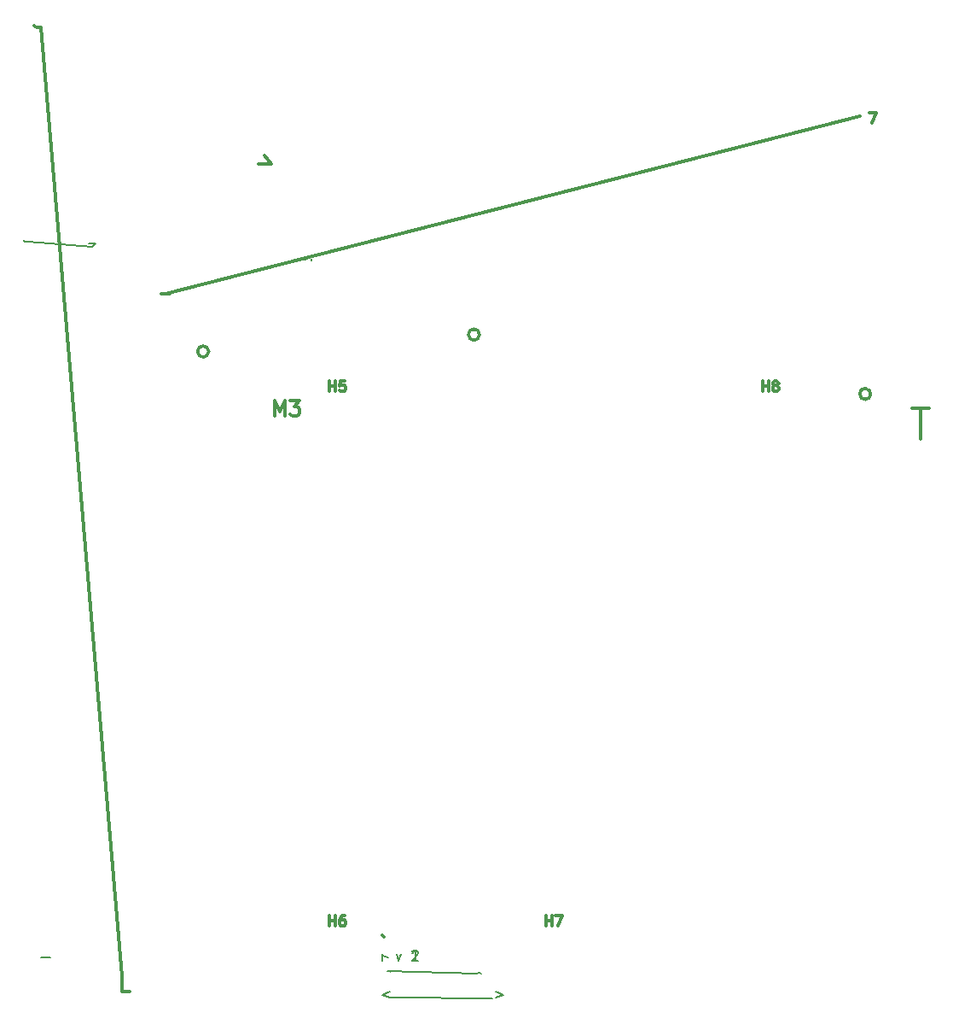
<source format=gbr>
From 66e2a4b74ddf5eabe52c2bd922d4380a204cc6d3 Mon Sep 17 00:00:00 2001
From: jaseg <git@jaseg.net>
Date: Thu, 31 Jan 2019 15:42:31 +0900
Subject: driver: Prettify heatsink mounting holes a bit

---
 driver/gerber/driver-F.SilkS.gbr | 163 +++++++++++----------------------------
 1 file changed, 43 insertions(+), 120 deletions(-)

(limited to 'driver/gerber/driver-F.SilkS.gbr')

diff --git a/driver/gerber/driver-F.SilkS.gbr b/driver/gerber/driver-F.SilkS.gbr
index b6c4d93..a188175 100644
--- a/driver/gerber/driver-F.SilkS.gbr
+++ b/driver/gerber/driver-F.SilkS.gbr
@@ -1,24 +1,44 @@
 G04 #@! TF.GenerationSoftware,KiCad,Pcbnew,(5.0.1)*
-G04 #@! TF.CreationDate,2019-01-31T11:11:09+09:00*
+G04 #@! TF.CreationDate,2019-01-31T15:41:56+09:00*
 G04 #@! TF.ProjectId,driver,6472697665722E6B696361645F706362,rev?*
 G04 #@! TF.SameCoordinates,Original*
 G04 #@! TF.FileFunction,Legend,Top*
 G04 #@! TF.FilePolarity,Positive*
 %FSLAX46Y46*%
 G04 Gerber Fmt 4.6, Leading zero omitted, Abs format (unit mm)*
-G04 Created by KiCad (PCBNEW (5.0.1)) date Thu Jan 31 11:11:09 2019*
+G04 Created by KiCad (PCBNEW (5.0.1)) date Thu Jan 31 15:41:56 2019*
 %MOMM*%
 %LPD*%
 G01*
 G04 APERTURE LIST*
-%ADD10C,0.200000*%
-%ADD11C,0.300000*%
+%ADD10C,0.300000*%
+%ADD11C,0.200000*%
 %ADD12C,0.600000*%
 %ADD13C,0.450000*%
 %ADD14C,0.120000*%
 %ADD15C,0.150000*%
 G04 APERTURE END LIST*
 D10*
+X103785714Y-95678571D02*
+X103785714Y-94178571D01*
+X104285714Y-95250000D01*
+X104785714Y-94178571D01*
+X104785714Y-95678571D01*
+X105357142Y-94178571D02*
+X106285714Y-94178571D01*
+X105785714Y-94750000D01*
+X106000000Y-94750000D01*
+X106142857Y-94821428D01*
+X106214285Y-94892857D01*
+X106285714Y-95035714D01*
+X106285714Y-95392857D01*
+X106214285Y-95535714D01*
+X106142857Y-95607142D01*
+X106000000Y-95678571D01*
+X105571428Y-95678571D01*
+X105428571Y-95607142D01*
+X105357142Y-95535714D01*
+D11*
 X114499999Y-149662380D02*
 X114499999Y-148995714D01*
 X114499999Y-149186190D02*
@@ -42,13 +62,17 @@ X115071428Y-149329047D01*
 X115880952Y-148995714D02*
 X116119047Y-149662380D01*
 X116357142Y-148995714D01*
-X118023809Y-149662380D02*
-X117452380Y-149662380D01*
-X117738095Y-149662380D02*
-X117738095Y-148662380D01*
-X117642856Y-148805238D01*
-X117547618Y-148900476D01*
-X117452380Y-148948095D01*
+X117452380Y-148757619D02*
+X117499999Y-148710000D01*
+X117595237Y-148662380D01*
+X117833333Y-148662380D01*
+X117928571Y-148710000D01*
+X117976190Y-148757619D01*
+X118023809Y-148852857D01*
+X118023809Y-148948095D01*
+X117976190Y-149090952D01*
+X117404761Y-149662380D01*
+X118023809Y-149662380D01*
 X115261904Y-152785714D02*
 X114500000Y-153071428D01*
 X115261904Y-153357142D01*
@@ -213,7 +237,7 @@ X125404761Y-153452380D01*
 X125738095Y-152785714D02*
 X126500000Y-153071428D01*
 X125738095Y-153357142D01*
-D11*
+D10*
 X162950000Y-93500000D02*
 G75*
 G03X162950000Y-93500000I-550000J0D01*
@@ -313,7 +337,7 @@ X167035714Y-94957142D02*
 X168750000Y-94957142D01*
 X167892857Y-97957142D02*
 X167892857Y-94957142D01*
-D11*
+D10*
 X97250000Y-89300000D02*
 G75*
 G03X97250000Y-89300000I-550000J0D01*
@@ -440,7 +464,7 @@ X103500000Y-70700000D02*
 X102800000Y-69900000D01*
 X102200000Y-70700000D02*
 X103500000Y-70700000D01*
-D10*
+D11*
 X85386904Y-78577380D02*
 X86005952Y-78577380D01*
 X85672619Y-78958333D01*
@@ -503,7 +527,7 @@ X79325000Y-78377380D01*
 X79039285Y-78377380D01*
 X78944047Y-78329761D01*
 X78896428Y-78282142D01*
-D11*
+D10*
 X89378571Y-152728571D02*
 X88664285Y-152728571D01*
 X88664285Y-151228571D01*
@@ -885,7 +909,7 @@ X80600000Y-57178571D01*
 X80171428Y-57178571D01*
 X80028571Y-57107142D01*
 X79957142Y-57035714D01*
-D10*
+D11*
 X115309523Y-150795476D02*
 X115214285Y-150747857D01*
 X115023809Y-150747857D01*
@@ -1051,7 +1075,7 @@ X123880952Y-150938333D01*
 X123976190Y-150890714D01*
 X124166666Y-150890714D01*
 X124261904Y-150938333D01*
-D11*
+D10*
 X114678571Y-147321428D02*
 X114535714Y-147250000D01*
 X114464285Y-147178571D01*
@@ -1196,7 +1220,7 @@ X124125000Y-87625000D02*
 G75*
 G03X124125000Y-87625000I-550000J0D01*
 G01*
-D10*
+D11*
 X80573809Y-149380952D02*
 X81526190Y-149380952D01*
 X80764285Y-149666666D02*
@@ -1363,7 +1387,7 @@ X106452380Y-80166666D02*
 X106880952Y-80166666D01*
 X107452380Y-80071428D02*
 X107452380Y-80261904D01*
-D11*
+D10*
 X93433571Y-83603571D02*
 X92576428Y-83603571D01*
 X93005000Y-83603571D02*
@@ -7259,106 +7283,5 @@ X161888095Y-65938095D01*
 X162792857Y-65652380D02*
 X163459523Y-65652380D01*
 X163030952Y-66652380D01*
-G04 #@! TO.C,H5*
-X109238095Y-93252380D02*
-X109238095Y-92252380D01*
-X109238095Y-92728571D02*
-X109809523Y-92728571D01*
-X109809523Y-93252380D02*
-X109809523Y-92252380D01*
-X110761904Y-92252380D02*
-X110285714Y-92252380D01*
-X110238095Y-92728571D01*
-X110285714Y-92680952D01*
-X110380952Y-92633333D01*
-X110619047Y-92633333D01*
-X110714285Y-92680952D01*
-X110761904Y-92728571D01*
-X110809523Y-92823809D01*
-X110809523Y-93061904D01*
-X110761904Y-93157142D01*
-X110714285Y-93204761D01*
-X110619047Y-93252380D01*
-X110380952Y-93252380D01*
-X110285714Y-93204761D01*
-X110238095Y-93157142D01*
-G04 #@! TO.C,H6*
-X109238095Y-146252380D02*
-X109238095Y-145252380D01*
-X109238095Y-145728571D02*
-X109809523Y-145728571D01*
-X109809523Y-146252380D02*
-X109809523Y-145252380D01*
-X110714285Y-145252380D02*
-X110523809Y-145252380D01*
-X110428571Y-145300000D01*
-X110380952Y-145347619D01*
-X110285714Y-145490476D01*
-X110238095Y-145680952D01*
-X110238095Y-146061904D01*
-X110285714Y-146157142D01*
-X110333333Y-146204761D01*
-X110428571Y-146252380D01*
-X110619047Y-146252380D01*
-X110714285Y-146204761D01*
-X110761904Y-146157142D01*
-X110809523Y-146061904D01*
-X110809523Y-145823809D01*
-X110761904Y-145728571D01*
-X110714285Y-145680952D01*
-X110619047Y-145633333D01*
-X110428571Y-145633333D01*
-X110333333Y-145680952D01*
-X110285714Y-145728571D01*
-X110238095Y-145823809D01*
-G04 #@! TO.C,H7*
-X130738095Y-146252380D02*
-X130738095Y-145252380D01*
-X130738095Y-145728571D02*
-X131309523Y-145728571D01*
-X131309523Y-146252380D02*
-X131309523Y-145252380D01*
-X131690476Y-145252380D02*
-X132357142Y-145252380D01*
-X131928571Y-146252380D01*
-G04 #@! TO.C,H8*
-X152238095Y-93252380D02*
-X152238095Y-92252380D01*
-X152238095Y-92728571D02*
-X152809523Y-92728571D01*
-X152809523Y-93252380D02*
-X152809523Y-92252380D01*
-X153428571Y-92680952D02*
-X153333333Y-92633333D01*
-X153285714Y-92585714D01*
-X153238095Y-92490476D01*
-X153238095Y-92442857D01*
-X153285714Y-92347619D01*
-X153333333Y-92300000D01*
-X153428571Y-92252380D01*
-X153619047Y-92252380D01*
-X153714285Y-92300000D01*
-X153761904Y-92347619D01*
-X153809523Y-92442857D01*
-X153809523Y-92490476D01*
-X153761904Y-92585714D01*
-X153714285Y-92633333D01*
-X153619047Y-92680952D01*
-X153428571Y-92680952D01*
-X153333333Y-92728571D01*
-X153285714Y-92776190D01*
-X153238095Y-92871428D01*
-X153238095Y-93061904D01*
-X153285714Y-93157142D01*
-X153333333Y-93204761D01*
-X153428571Y-93252380D01*
-X153619047Y-93252380D01*
-X153714285Y-93204761D01*
-X153761904Y-93157142D01*
-X153809523Y-93061904D01*
-X153809523Y-92871428D01*
-X153761904Y-92776190D01*
-X153714285Y-92728571D01*
-X153619047Y-92680952D01*
 G04 #@! TD*
 M02*
-- 
cgit 


</source>
